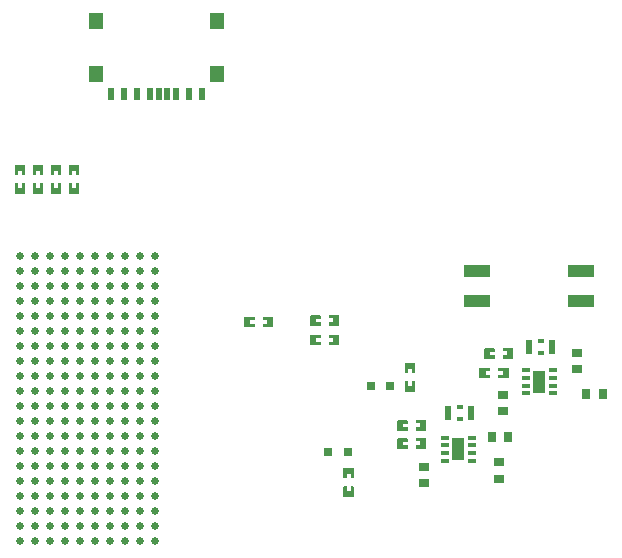
<source format=gtp>
G04 Layer: TopPasteMaskLayer*
G04 EasyEDA Pro v2.2.40.8, 2025-08-03 21:23:04*
G04 Gerber Generator version 0.3*
G04 Scale: 100 percent, Rotated: No, Reflected: No*
G04 Dimensions in millimeters*
G04 Leading zeros omitted, absolute positions, 4 integers and 5 decimals*
G04 Generated by one-click*
%FSLAX45Y45*%
%MOMM*%
%ADD10R,0.9X0.8*%
%ADD11R,0.8X0.9*%
%ADD12C,0.64*%
%ADD13R,0.6X1.25001*%
%ADD14R,0.59995X0.4*%
%ADD15R,0.6080X0.4*%
%ADD16R,0.6X0.4*%
%ADD17R,0.8X0.8*%
%ADD18R,2.2X1.1*%
%ADD19R,0.65001X0.45001*%
%ADD20R,1.1X1.9*%
%ADD21R,0.5X1.0*%
%ADD22R,1.3X1.4*%
G75*


G04 PolygonModel Start*
G36*
G01X4274698Y1885401D02*
G01X4354698Y1885401D01*
G01X4359699Y1890403D01*
G01X4359699Y1913199D01*
G01X4322699Y1913199D01*
G01X4322699Y1946199D01*
G01X4359699Y1946199D01*
G01X4359699Y1970402D01*
G01X4354698Y1975401D01*
G01X4274698Y1975401D01*
G01X4269699Y1970402D01*
G01X4269699Y1890403D01*
G01X4274698Y1885401D01*
G37*
G36*
G01X4513702Y1975399D02*
G01X4433702Y1975399D01*
G01X4428701Y1970397D01*
G01X4428701Y1947601D01*
G01X4465701Y1947601D01*
G01X4465701Y1914601D01*
G01X4428701Y1914601D01*
G01X4428701Y1890398D01*
G01X4433702Y1885399D01*
G01X4513702Y1885399D01*
G01X4518701Y1890398D01*
G01X4518701Y1970397D01*
G01X4513702Y1975399D01*
G37*
G36*
G01X4312798Y2050501D02*
G01X4392798Y2050501D01*
G01X4397799Y2055503D01*
G01X4397799Y2078299D01*
G01X4360799Y2078299D01*
G01X4360799Y2111299D01*
G01X4397799Y2111299D01*
G01X4397799Y2135502D01*
G01X4392798Y2140501D01*
G01X4312798Y2140501D01*
G01X4307799Y2135502D01*
G01X4307799Y2055503D01*
G01X4312798Y2050501D01*
G37*
G36*
G01X4551802Y2140499D02*
G01X4471802Y2140499D01*
G01X4466801Y2135497D01*
G01X4466801Y2112701D01*
G01X4503801Y2112701D01*
G01X4503801Y2079701D01*
G01X4466801Y2079701D01*
G01X4466801Y2055498D01*
G01X4471802Y2050499D01*
G01X4551802Y2050499D01*
G01X4556801Y2055498D01*
G01X4556801Y2135497D01*
G01X4551802Y2140499D01*
G37*
G36*
G01X3576198Y1288501D02*
G01X3656198Y1288501D01*
G01X3661199Y1293503D01*
G01X3661199Y1316299D01*
G01X3624199Y1316299D01*
G01X3624199Y1349299D01*
G01X3661199Y1349299D01*
G01X3661199Y1373502D01*
G01X3656198Y1378501D01*
G01X3576198Y1378501D01*
G01X3571199Y1373502D01*
G01X3571199Y1293503D01*
G01X3576198Y1288501D01*
G37*
G36*
G01X3815202Y1378499D02*
G01X3735202Y1378499D01*
G01X3730201Y1373497D01*
G01X3730201Y1350701D01*
G01X3767201Y1350701D01*
G01X3767201Y1317701D01*
G01X3730201Y1317701D01*
G01X3730201Y1293498D01*
G01X3735202Y1288499D01*
G01X3815202Y1288499D01*
G01X3820201Y1293498D01*
G01X3820201Y1373497D01*
G01X3815202Y1378499D01*
G37*
G36*
G01X3576198Y1440901D02*
G01X3656198Y1440901D01*
G01X3661199Y1445903D01*
G01X3661199Y1468699D01*
G01X3624199Y1468699D01*
G01X3624199Y1501699D01*
G01X3661199Y1501699D01*
G01X3661199Y1525902D01*
G01X3656198Y1530901D01*
G01X3576198Y1530901D01*
G01X3571199Y1525902D01*
G01X3571199Y1445903D01*
G01X3576198Y1440901D01*
G37*
G36*
G01X3815202Y1530899D02*
G01X3735202Y1530899D01*
G01X3730201Y1525897D01*
G01X3730201Y1503101D01*
G01X3767201Y1503101D01*
G01X3767201Y1470101D01*
G01X3730201Y1470101D01*
G01X3730201Y1445898D01*
G01X3735202Y1440899D01*
G01X3815202Y1440899D01*
G01X3820201Y1445898D01*
G01X3820201Y1525897D01*
G01X3815202Y1530899D01*
G37*
G36*
G01X2280798Y2317201D02*
G01X2360798Y2317201D01*
G01X2365799Y2322203D01*
G01X2365799Y2344999D01*
G01X2328799Y2344999D01*
G01X2328799Y2377999D01*
G01X2365799Y2377999D01*
G01X2365799Y2402202D01*
G01X2360798Y2407201D01*
G01X2280798Y2407201D01*
G01X2275799Y2402202D01*
G01X2275799Y2322203D01*
G01X2280798Y2317201D01*
G37*
G36*
G01X2519802Y2407199D02*
G01X2439802Y2407199D01*
G01X2434801Y2402197D01*
G01X2434801Y2379401D01*
G01X2471801Y2379401D01*
G01X2471801Y2346401D01*
G01X2434801Y2346401D01*
G01X2434801Y2322198D01*
G01X2439802Y2317199D01*
G01X2519802Y2317199D01*
G01X2524801Y2322198D01*
G01X2524801Y2402197D01*
G01X2519802Y2407199D01*
G37*
G36*
G01X3638001Y2011802D02*
G01X3638001Y1931802D01*
G01X3643003Y1926801D01*
G01X3665799Y1926801D01*
G01X3665799Y1963801D01*
G01X3698799Y1963801D01*
G01X3698799Y1926801D01*
G01X3723002Y1926801D01*
G01X3728001Y1931802D01*
G01X3728001Y2011802D01*
G01X3723002Y2016801D01*
G01X3643003Y2016801D01*
G01X3638001Y2011802D01*
G37*
G36*
G01X3727999Y1772798D02*
G01X3727999Y1852798D01*
G01X3722997Y1857799D01*
G01X3700201Y1857799D01*
G01X3700201Y1820799D01*
G01X3667201Y1820799D01*
G01X3667201Y1857799D01*
G01X3642998Y1857799D01*
G01X3637999Y1852798D01*
G01X3637999Y1772798D01*
G01X3642998Y1767799D01*
G01X3722997Y1767799D01*
G01X3727999Y1772798D01*
G37*
G36*
G01X3207299Y883798D02*
G01X3207299Y963798D01*
G01X3202297Y968799D01*
G01X3179501Y968799D01*
G01X3179501Y931799D01*
G01X3146501Y931799D01*
G01X3146501Y968799D01*
G01X3122298Y968799D01*
G01X3117299Y963798D01*
G01X3117299Y883798D01*
G01X3122298Y878799D01*
G01X3202297Y878799D01*
G01X3207299Y883798D01*
G37*
G36*
G01X3117301Y1122802D02*
G01X3117301Y1042802D01*
G01X3122303Y1037801D01*
G01X3145099Y1037801D01*
G01X3145099Y1074801D01*
G01X3178099Y1074801D01*
G01X3178099Y1037801D01*
G01X3202302Y1037801D01*
G01X3207301Y1042802D01*
G01X3207301Y1122802D01*
G01X3202302Y1127801D01*
G01X3122303Y1127801D01*
G01X3117301Y1122802D01*
G37*
G36*
G01X2839598Y2329901D02*
G01X2919598Y2329901D01*
G01X2924599Y2334903D01*
G01X2924599Y2357699D01*
G01X2887599Y2357699D01*
G01X2887599Y2390699D01*
G01X2924599Y2390699D01*
G01X2924599Y2414902D01*
G01X2919598Y2419901D01*
G01X2839598Y2419901D01*
G01X2834599Y2414902D01*
G01X2834599Y2334903D01*
G01X2839598Y2329901D01*
G37*
G36*
G01X3078602Y2419899D02*
G01X2998602Y2419899D01*
G01X2993601Y2414897D01*
G01X2993601Y2392101D01*
G01X3030601Y2392101D01*
G01X3030601Y2359101D01*
G01X2993601Y2359101D01*
G01X2993601Y2334898D01*
G01X2998602Y2329899D01*
G01X3078602Y2329899D01*
G01X3083601Y2334898D01*
G01X3083601Y2414897D01*
G01X3078602Y2419899D01*
G37*
G36*
G01X2839598Y2164801D02*
G01X2919598Y2164801D01*
G01X2924599Y2169803D01*
G01X2924599Y2192599D01*
G01X2887599Y2192599D01*
G01X2887599Y2225599D01*
G01X2924599Y2225599D01*
G01X2924599Y2249802D01*
G01X2919598Y2254801D01*
G01X2839598Y2254801D01*
G01X2834599Y2249802D01*
G01X2834599Y2169803D01*
G01X2839598Y2164801D01*
G37*
G36*
G01X3078602Y2254799D02*
G01X2998602Y2254799D01*
G01X2993601Y2249797D01*
G01X2993601Y2227001D01*
G01X3030601Y2227001D01*
G01X3030601Y2194001D01*
G01X2993601Y2194001D01*
G01X2993601Y2169798D01*
G01X2998602Y2164799D01*
G01X3078602Y2164799D01*
G01X3083601Y2169798D01*
G01X3083601Y2249797D01*
G01X3078602Y2254799D01*
G37*
G36*
G01X883199Y3449198D02*
G01X883199Y3529198D01*
G01X878197Y3534199D01*
G01X855401Y3534199D01*
G01X855401Y3497199D01*
G01X822401Y3497199D01*
G01X822401Y3534199D01*
G01X798198Y3534199D01*
G01X793199Y3529198D01*
G01X793199Y3449198D01*
G01X798198Y3444199D01*
G01X878197Y3444199D01*
G01X883199Y3449198D01*
G37*
G36*
G01X793201Y3688202D02*
G01X793201Y3608202D01*
G01X798203Y3603201D01*
G01X820999Y3603201D01*
G01X820999Y3640201D01*
G01X853999Y3640201D01*
G01X853999Y3603201D01*
G01X878202Y3603201D01*
G01X883201Y3608202D01*
G01X883201Y3688202D01*
G01X878202Y3693201D01*
G01X798203Y3693201D01*
G01X793201Y3688202D01*
G37*
G36*
G01X730799Y3449198D02*
G01X730799Y3529198D01*
G01X725797Y3534199D01*
G01X703001Y3534199D01*
G01X703001Y3497199D01*
G01X670001Y3497199D01*
G01X670001Y3534199D01*
G01X645798Y3534199D01*
G01X640799Y3529198D01*
G01X640799Y3449198D01*
G01X645798Y3444199D01*
G01X725797Y3444199D01*
G01X730799Y3449198D01*
G37*
G36*
G01X640801Y3688202D02*
G01X640801Y3608202D01*
G01X645803Y3603201D01*
G01X668599Y3603201D01*
G01X668599Y3640201D01*
G01X701599Y3640201D01*
G01X701599Y3603201D01*
G01X725802Y3603201D01*
G01X730801Y3608202D01*
G01X730801Y3688202D01*
G01X725802Y3693201D01*
G01X645803Y3693201D01*
G01X640801Y3688202D01*
G37*
G36*
G01X578399Y3449198D02*
G01X578399Y3529198D01*
G01X573397Y3534199D01*
G01X550601Y3534199D01*
G01X550601Y3497199D01*
G01X517601Y3497199D01*
G01X517601Y3534199D01*
G01X493398Y3534199D01*
G01X488399Y3529198D01*
G01X488399Y3449198D01*
G01X493398Y3444199D01*
G01X573397Y3444199D01*
G01X578399Y3449198D01*
G37*
G36*
G01X488401Y3688202D02*
G01X488401Y3608202D01*
G01X493403Y3603201D01*
G01X516199Y3603201D01*
G01X516199Y3640201D01*
G01X549199Y3640201D01*
G01X549199Y3603201D01*
G01X573402Y3603201D01*
G01X578401Y3608202D01*
G01X578401Y3688202D01*
G01X573402Y3693201D01*
G01X493403Y3693201D01*
G01X488401Y3688202D01*
G37*
G36*
G01X425999Y3449198D02*
G01X425999Y3529198D01*
G01X420997Y3534199D01*
G01X398201Y3534199D01*
G01X398201Y3497199D01*
G01X365201Y3497199D01*
G01X365201Y3534199D01*
G01X340998Y3534199D01*
G01X335999Y3529198D01*
G01X335999Y3449198D01*
G01X340998Y3444199D01*
G01X420997Y3444199D01*
G01X425999Y3449198D01*
G37*
G36*
G01X336001Y3688202D02*
G01X336001Y3608202D01*
G01X341003Y3603201D01*
G01X363799Y3603201D01*
G01X363799Y3640201D01*
G01X396799Y3640201D01*
G01X396799Y3603201D01*
G01X421002Y3603201D01*
G01X426001Y3608202D01*
G01X426001Y3688202D01*
G01X421002Y3693201D01*
G01X341003Y3693201D01*
G01X336001Y3688202D01*
G37*

G04 Pad Start*
G54D10*
G01X4432300Y1034898D03*
G01X4432300Y1174902D03*
G54D11*
G01X5315102Y1752600D03*
G01X5175098Y1752600D03*
G54D10*
G01X4470400Y1606398D03*
G01X4470400Y1746402D03*
G01X5092700Y2102002D03*
G01X5092700Y1961998D03*
G54D11*
G01X4515002Y1384300D03*
G01X4374998Y1384300D03*
G54D10*
G01X3797300Y996798D03*
G01X3797300Y1136802D03*
G54D12*
G01X381000Y508000D03*
G01X381000Y635000D03*
G01X381000Y762000D03*
G01X381000Y889000D03*
G01X381000Y1016000D03*
G01X381000Y1143000D03*
G01X381000Y1270000D03*
G01X381000Y1397000D03*
G01X381000Y1524000D03*
G01X381000Y1651000D03*
G01X381000Y1778000D03*
G01X381000Y1905000D03*
G01X381000Y2032000D03*
G01X381000Y2159000D03*
G01X381000Y2286000D03*
G01X381000Y2413000D03*
G01X381000Y2540000D03*
G01X381000Y2667000D03*
G01X381000Y2794000D03*
G01X381000Y2921000D03*
G01X508000Y508000D03*
G01X508000Y635000D03*
G01X508000Y762000D03*
G01X508000Y889000D03*
G01X508000Y1016000D03*
G01X508000Y1143000D03*
G01X508000Y1270000D03*
G01X508000Y1397000D03*
G01X508000Y1524000D03*
G01X508000Y1651000D03*
G01X508000Y1778000D03*
G01X508000Y1905000D03*
G01X508000Y2032000D03*
G01X508000Y2159000D03*
G01X508000Y2286000D03*
G01X508000Y2413000D03*
G01X508000Y2540000D03*
G01X508000Y2667000D03*
G01X508000Y2794000D03*
G01X508000Y2921000D03*
G01X635000Y508000D03*
G01X635000Y635000D03*
G01X635000Y762000D03*
G01X635000Y889000D03*
G01X635000Y1016000D03*
G01X635000Y1143000D03*
G01X635000Y1270000D03*
G01X635000Y1397000D03*
G01X635000Y1524000D03*
G01X635000Y1651000D03*
G01X635000Y1778000D03*
G01X635000Y1905000D03*
G01X635000Y2032000D03*
G01X635000Y2159000D03*
G01X635000Y2286000D03*
G01X635000Y2413000D03*
G01X635000Y2540000D03*
G01X635000Y2667000D03*
G01X635000Y2794000D03*
G01X635000Y2921000D03*
G01X762000Y508000D03*
G01X762000Y635000D03*
G01X762000Y762000D03*
G01X762000Y889000D03*
G01X762000Y1016000D03*
G01X762000Y1143000D03*
G01X762000Y1270000D03*
G01X762000Y1397000D03*
G01X762000Y1524000D03*
G01X762000Y1651000D03*
G01X762000Y1778000D03*
G01X762000Y1905000D03*
G01X762000Y2032000D03*
G01X762000Y2159000D03*
G01X762000Y2286000D03*
G01X762000Y2413000D03*
G01X762000Y2540000D03*
G01X762000Y2667000D03*
G01X762000Y2794000D03*
G01X762000Y2921000D03*
G01X889000Y508000D03*
G01X889000Y635000D03*
G01X889000Y762000D03*
G01X889000Y889000D03*
G01X889000Y1016000D03*
G01X889000Y1143000D03*
G01X889000Y1270000D03*
G01X889000Y1397000D03*
G01X889000Y1524000D03*
G01X889000Y1651000D03*
G01X889000Y1778000D03*
G01X889000Y1905000D03*
G01X889000Y2032000D03*
G01X889000Y2159000D03*
G01X889000Y2286000D03*
G01X889000Y2413000D03*
G01X889000Y2540000D03*
G01X889000Y2667000D03*
G01X889000Y2794000D03*
G01X889000Y2921000D03*
G01X1016000Y508000D03*
G01X1016000Y635000D03*
G01X1016000Y762000D03*
G01X1016000Y889000D03*
G01X1016000Y1016000D03*
G01X1016000Y1143000D03*
G01X1016000Y1270000D03*
G01X1016000Y1397000D03*
G01X1016000Y1524000D03*
G01X1016000Y1651000D03*
G01X1016000Y1778000D03*
G01X1016000Y1905000D03*
G01X1016000Y2032000D03*
G01X1016000Y2159000D03*
G01X1016000Y2286000D03*
G01X1016000Y2413000D03*
G01X1016000Y2540000D03*
G01X1016000Y2667000D03*
G01X1016000Y2794000D03*
G01X1016000Y2921000D03*
G01X1143000Y508000D03*
G01X1143000Y635000D03*
G01X1143000Y762000D03*
G01X1143000Y889000D03*
G01X1143000Y1016000D03*
G01X1143000Y1143000D03*
G01X1143000Y1270000D03*
G01X1143000Y1397000D03*
G01X1143000Y1524000D03*
G01X1143000Y1651000D03*
G01X1143000Y1778000D03*
G01X1143000Y1905000D03*
G01X1143000Y2032000D03*
G01X1143000Y2159000D03*
G01X1143000Y2286000D03*
G01X1143000Y2413000D03*
G01X1143000Y2540000D03*
G01X1143000Y2667000D03*
G01X1143000Y2794000D03*
G01X1143000Y2921000D03*
G01X1270000Y508000D03*
G01X1270000Y635000D03*
G01X1270000Y762000D03*
G01X1270000Y889000D03*
G01X1270000Y1016000D03*
G01X1270000Y1143000D03*
G01X1270000Y1270000D03*
G01X1270000Y1397000D03*
G01X1270000Y1524000D03*
G01X1270000Y1651000D03*
G01X1270000Y1778000D03*
G01X1270000Y1905000D03*
G01X1270000Y2032000D03*
G01X1270000Y2159000D03*
G01X1270000Y2286000D03*
G01X1270000Y2413000D03*
G01X1270000Y2540000D03*
G01X1270000Y2667000D03*
G01X1270000Y2794000D03*
G01X1270000Y2921000D03*
G01X1397000Y508000D03*
G01X1397000Y635000D03*
G01X1397000Y762000D03*
G01X1397000Y889000D03*
G01X1397000Y1016000D03*
G01X1397000Y1143000D03*
G01X1397000Y1270000D03*
G01X1397000Y1397000D03*
G01X1397000Y1524000D03*
G01X1397000Y1651000D03*
G01X1397000Y1778000D03*
G01X1397000Y1905000D03*
G01X1397000Y2032000D03*
G01X1397000Y2159000D03*
G01X1397000Y2286000D03*
G01X1397000Y2413000D03*
G01X1397000Y2540000D03*
G01X1397000Y2667000D03*
G01X1397000Y2794000D03*
G01X1397000Y2921000D03*
G01X1524000Y508000D03*
G01X1524000Y635000D03*
G01X1524000Y762000D03*
G01X1524000Y889000D03*
G01X1524000Y1016000D03*
G01X1524000Y1143000D03*
G01X1524000Y1270000D03*
G01X1524000Y1397000D03*
G01X1524000Y1524000D03*
G01X1524000Y1651000D03*
G01X1524000Y1778000D03*
G01X1524000Y1905000D03*
G01X1524000Y2032000D03*
G01X1524000Y2159000D03*
G01X1524000Y2286000D03*
G01X1524000Y2413000D03*
G01X1524000Y2540000D03*
G01X1524000Y2667000D03*
G01X1524000Y2794000D03*
G01X1524000Y2921000D03*
G54D13*
G01X4687900Y2146300D03*
G54D14*
G01X4787900Y2095500D03*
G54D13*
G01X4887900Y2146300D03*
G54D16*
G01X4787900Y2197100D03*
G54D13*
G01X4002100Y1587500D03*
G54D14*
G01X4102100Y1536700D03*
G54D13*
G01X4202100Y1587500D03*
G54D16*
G01X4102100Y1638300D03*
G54D17*
G01X3508947Y1816113D03*
G01X3349054Y1816087D03*
G01X3158490Y1257300D03*
G01X2988310Y1257300D03*
G54D18*
G01X5126299Y2540000D03*
G01X4246291Y2540000D03*
G01X5126299Y2794000D03*
G01X4246291Y2794000D03*
G54D19*
G01X4889691Y1758064D03*
G01X4889691Y1823062D03*
G01X4889691Y1888061D03*
G01X4889691Y1953059D03*
G01X4664672Y1823062D03*
G01X4664672Y1758064D03*
G54D20*
G01X4777169Y1855574D03*
G54D19*
G01X4664672Y1953059D03*
G01X4664672Y1888061D03*
G54D21*
G01X1921701Y4288155D03*
G01X1811693Y4288155D03*
G01X1701711Y4288155D03*
G01X1626705Y4288155D03*
G01X1481696Y4288155D03*
G01X1371714Y4288155D03*
G01X1261707Y4288155D03*
G01X1151700Y4288155D03*
G01X1556703Y4288155D03*
G54D22*
G01X1026706Y4461662D03*
G01X1026706Y4906645D03*
G01X2046694Y4906645D03*
G01X2046694Y4461662D03*
G54D19*
G01X4203891Y1188316D03*
G01X4203891Y1253314D03*
G01X4203891Y1318313D03*
G01X4203891Y1383312D03*
G01X3978872Y1253314D03*
G01X3978872Y1188316D03*
G54D20*
G01X4091369Y1285826D03*
G54D19*
G01X3978872Y1383312D03*
G01X3978872Y1318313D03*
G04 Pad End*

M02*


</source>
